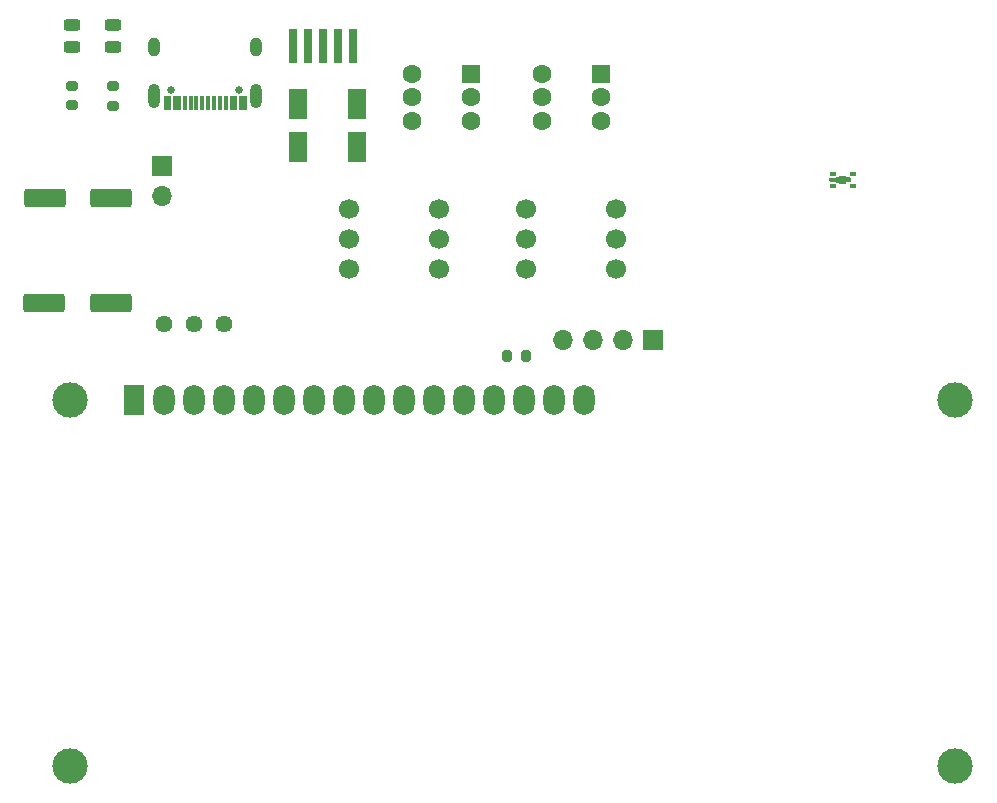
<source format=gbr>
%TF.GenerationSoftware,KiCad,Pcbnew,(6.99.0-1665-g4ee6cfe5b6)*%
%TF.CreationDate,2022-04-26T18:14:45+08:00*%
%TF.ProjectId,LightMeherGen2,4c696768-744d-4656-9865-7247656e322e,rev?*%
%TF.SameCoordinates,Original*%
%TF.FileFunction,Soldermask,Top*%
%TF.FilePolarity,Negative*%
%FSLAX46Y46*%
G04 Gerber Fmt 4.6, Leading zero omitted, Abs format (unit mm)*
G04 Created by KiCad (PCBNEW (6.99.0-1665-g4ee6cfe5b6)) date 2022-04-26 18:14:45*
%MOMM*%
%LPD*%
G01*
G04 APERTURE LIST*
G04 Aperture macros list*
%AMRoundRect*
0 Rectangle with rounded corners*
0 $1 Rounding radius*
0 $2 $3 $4 $5 $6 $7 $8 $9 X,Y pos of 4 corners*
0 Add a 4 corners polygon primitive as box body*
4,1,4,$2,$3,$4,$5,$6,$7,$8,$9,$2,$3,0*
0 Add four circle primitives for the rounded corners*
1,1,$1+$1,$2,$3*
1,1,$1+$1,$4,$5*
1,1,$1+$1,$6,$7*
1,1,$1+$1,$8,$9*
0 Add four rect primitives between the rounded corners*
20,1,$1+$1,$2,$3,$4,$5,0*
20,1,$1+$1,$4,$5,$6,$7,0*
20,1,$1+$1,$6,$7,$8,$9,0*
20,1,$1+$1,$8,$9,$2,$3,0*%
%AMFreePoly0*
4,1,35,0.182426,0.877426,0.200000,0.835000,0.200000,0.495000,0.270000,0.495000,0.312426,0.477426,0.330000,0.435000,0.330000,-0.035000,0.312426,-0.077426,0.270000,-0.095000,0.250000,-0.095000,0.250000,-0.265000,0.232426,-0.307426,0.190000,-0.325000,0.170000,-0.325000,0.170000,-0.835000,0.152426,-0.877426,0.110000,-0.895000,-0.150000,-0.895000,-0.192426,-0.877426,-0.210000,-0.835000,
-0.210000,-0.325000,-0.252426,-0.307426,-0.270000,-0.265000,-0.270000,-0.095000,-0.312426,-0.077426,-0.330000,-0.035000,-0.330000,0.435000,-0.312426,0.477426,-0.270000,0.495000,-0.230000,0.495000,-0.230000,0.835000,-0.212426,0.877426,-0.170000,0.895000,0.140000,0.895000,0.182426,0.877426,0.182426,0.877426,$1*%
G04 Aperture macros list end*
%ADD10C,1.440000*%
%ADD11R,1.600000X1.600000*%
%ADD12C,1.600000*%
%ADD13C,3.000000*%
%ADD14R,1.800000X2.600000*%
%ADD15O,1.800000X2.600000*%
%ADD16RoundRect,0.200000X-0.275000X0.200000X-0.275000X-0.200000X0.275000X-0.200000X0.275000X0.200000X0*%
%ADD17RoundRect,0.200000X-0.200000X-0.275000X0.200000X-0.275000X0.200000X0.275000X-0.200000X0.275000X0*%
%ADD18C,0.650000*%
%ADD19R,0.300000X1.150000*%
%ADD20O,1.000000X2.100000*%
%ADD21O,1.000000X1.600000*%
%ADD22RoundRect,0.250000X0.550000X-1.050000X0.550000X1.050000X-0.550000X1.050000X-0.550000X-1.050000X0*%
%ADD23R,0.650000X3.000000*%
%ADD24RoundRect,0.243750X-0.456250X0.243750X-0.456250X-0.243750X0.456250X-0.243750X0.456250X0.243750X0*%
%ADD25R,0.470000X0.318000*%
%ADD26FreePoly0,270.000000*%
%ADD27RoundRect,0.250000X1.500000X0.550000X-1.500000X0.550000X-1.500000X-0.550000X1.500000X-0.550000X0*%
%ADD28R,1.700000X1.700000*%
%ADD29O,1.700000X1.700000*%
%ADD30C,1.700000*%
G04 APERTURE END LIST*
D10*
%TO.C,RV1*%
X113525000Y-86175000D03*
X116065000Y-86175000D03*
X118605000Y-86175000D03*
%TD*%
D11*
%TO.C,SW1*%
X139499999Y-64999999D03*
D12*
X139500000Y-67000000D03*
X139500000Y-69000000D03*
X134500000Y-65000000D03*
X134500000Y-67000000D03*
X134500000Y-69000000D03*
%TD*%
D13*
%TO.C,U8*%
X105500900Y-92642500D03*
X105500900Y-123643200D03*
X180499480Y-123643200D03*
X180500000Y-92642500D03*
D14*
X110999999Y-92642499D03*
D15*
X113539999Y-92642499D03*
X116079999Y-92642499D03*
X118619999Y-92642499D03*
X121159999Y-92642499D03*
X123699999Y-92642499D03*
X126239999Y-92642499D03*
X128779999Y-92642499D03*
X131319999Y-92642499D03*
X133859999Y-92642499D03*
X136399999Y-92642499D03*
X138939999Y-92642499D03*
X141479999Y-92642499D03*
X144019999Y-92642499D03*
X146559999Y-92642499D03*
X149099999Y-92642499D03*
%TD*%
D16*
%TO.C,R5*%
X105725000Y-66025000D03*
X105725000Y-67675000D03*
%TD*%
D11*
%TO.C,SW2*%
X150499999Y-64999999D03*
D12*
X150500000Y-67000000D03*
X150500000Y-69000000D03*
X145500000Y-65000000D03*
X145500000Y-67000000D03*
X145500000Y-69000000D03*
%TD*%
D17*
%TO.C,R11*%
X142525000Y-88875000D03*
X144175000Y-88875000D03*
%TD*%
D18*
%TO.C,J1*%
X119890000Y-66420000D03*
X114110000Y-66420000D03*
D19*
X120349999Y-67484999D03*
X119549999Y-67484999D03*
X118249999Y-67484999D03*
X117249999Y-67484999D03*
X116749999Y-67484999D03*
X115749999Y-67484999D03*
X114449999Y-67484999D03*
X113649999Y-67484999D03*
X113949999Y-67484999D03*
X114749999Y-67484999D03*
X115249999Y-67484999D03*
X116249999Y-67484999D03*
X117749999Y-67484999D03*
X118749999Y-67484999D03*
X119249999Y-67484999D03*
X120049999Y-67484999D03*
D20*
X121319999Y-66919999D03*
D21*
X121319999Y-62739999D03*
D20*
X112679999Y-66919999D03*
D21*
X112679999Y-62739999D03*
%TD*%
D22*
%TO.C,C15*%
X129825000Y-71200000D03*
X129825000Y-67600000D03*
%TD*%
D23*
%TO.C,U4*%
X124449999Y-62649999D03*
X125729999Y-62699999D03*
X126999999Y-62649999D03*
X128269999Y-62649999D03*
X129539999Y-62649999D03*
%TD*%
D24*
%TO.C,D2*%
X105725000Y-60912500D03*
X105725000Y-62787500D03*
%TD*%
D25*
%TO.C,U3*%
X170151999Y-73498999D03*
D26*
X170752000Y-74017000D03*
D25*
X170151999Y-74498999D03*
X171847999Y-74500999D03*
X171847999Y-73500999D03*
%TD*%
D16*
%TO.C,R4*%
X109200000Y-66062500D03*
X109200000Y-67712500D03*
%TD*%
D27*
%TO.C,C23*%
X109000000Y-75500000D03*
X103400000Y-75500000D03*
%TD*%
D24*
%TO.C,D1*%
X109200000Y-60900000D03*
X109200000Y-62775000D03*
%TD*%
D28*
%TO.C,J2*%
X113324999Y-72799999D03*
D29*
X113324999Y-75339999D03*
%TD*%
D28*
%TO.C,J3*%
X154899999Y-87524999D03*
D29*
X152359999Y-87524999D03*
X149819999Y-87524999D03*
X147279999Y-87524999D03*
%TD*%
D30*
%TO.C,U6*%
X144190000Y-76460000D03*
X144190000Y-79000000D03*
X144190000Y-81540000D03*
X151810000Y-81540000D03*
X151810000Y-79000000D03*
X151810000Y-76460000D03*
%TD*%
D22*
%TO.C,C17*%
X124875000Y-71200000D03*
X124875000Y-67600000D03*
%TD*%
D30*
%TO.C,U7*%
X129190000Y-76460000D03*
X129190000Y-79000000D03*
X129190000Y-81540000D03*
X136810000Y-81540000D03*
X136810000Y-79000000D03*
X136810000Y-76460000D03*
%TD*%
D27*
%TO.C,C24*%
X108975000Y-84450000D03*
X103375000Y-84450000D03*
%TD*%
M02*

</source>
